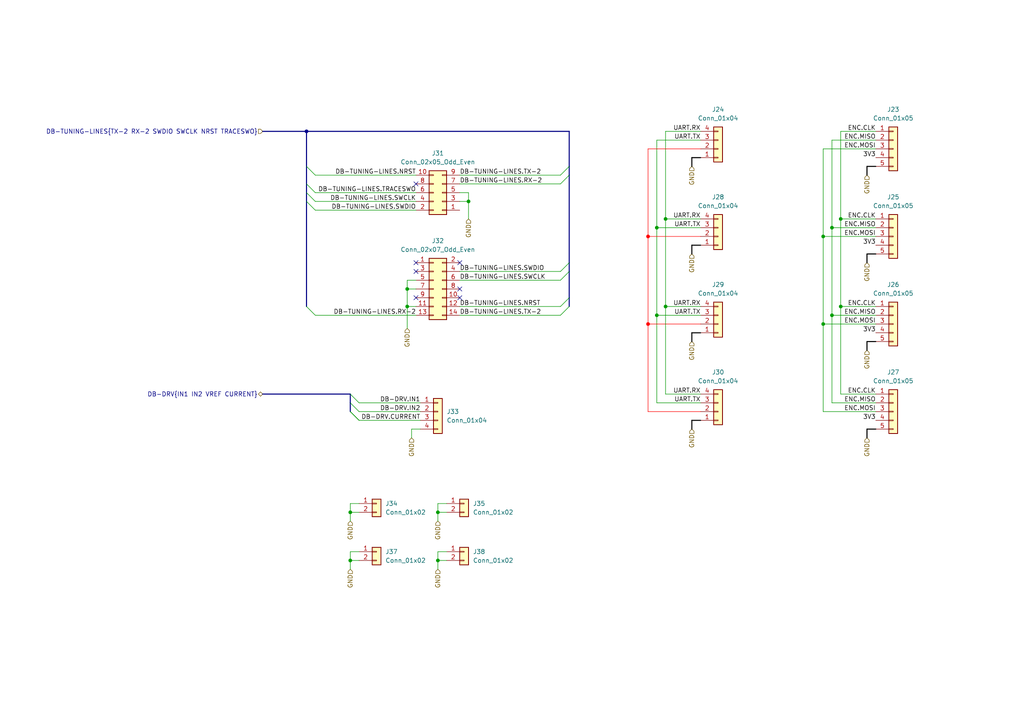
<source format=kicad_sch>
(kicad_sch (version 20230121) (generator eeschema)
  (paper "A4")
  (lib_symbols
    (symbol "Connector_Generic:Conn_01x02" (pin_names (offset 1.016) hide)
      (property "Reference" "J" (at 0 2.54 0))
      (property "Value" "Conn_01x02" (at 0 -5.08 0))
      (symbol "Conn_01x02_1_1"
        (rectangle (start -1.27 -2.413) (end 0 -2.667) (stroke (width 0.1524)))
        (rectangle (start -1.27 0.127) (end 0 -0.127) (stroke (width 0.1524)))
        (rectangle (start -1.27 1.27) (end 1.27 -3.81) (stroke (width 0.254)) (fill (type background)))
        (pin passive line (at -5.08 0 0) (length 3.81) (name "Pin_1") (number "1"))
        (pin passive line (at -5.08 -2.54 0) (length 3.81) (name "Pin_2") (number "2"))
      )
    )
    (symbol "Connector_Generic:Conn_01x04" (pin_names (offset 1.016) hide)
      (property "Reference" "J" (at 0 5.08 0))
      (property "Value" "Conn_01x04" (at 0 -7.62 0))
      (symbol "Conn_01x04_1_1"
        (rectangle (start -1.27 -4.953) (end 0 -5.207) (stroke (width 0.1524)))
        (rectangle (start -1.27 -2.413) (end 0 -2.667) (stroke (width 0.1524)))
        (rectangle (start -1.27 0.127) (end 0 -0.127) (stroke (width 0.1524)))
        (rectangle (start -1.27 2.667) (end 0 2.413) (stroke (width 0.1524)))
        (rectangle (start -1.27 3.81) (end 1.27 -6.35) (stroke (width 0.254)) (fill (type background)))
        (pin passive line (at -5.08 2.54 0) (length 3.81) (name "Pin_1") (number "1"))
        (pin passive line (at -5.08 0 0) (length 3.81) (name "Pin_2") (number "2"))
        (pin passive line (at -5.08 -2.54 0) (length 3.81) (name "Pin_3") (number "3"))
        (pin passive line (at -5.08 -5.08 0) (length 3.81) (name "Pin_4") (number "4"))
      )
    )
    (symbol "Connector_Generic:Conn_01x05" (pin_names (offset 1.016) hide)
      (property "Reference" "J" (at 0 7.62 0))
      (property "Value" "Conn_01x05" (at 0 -7.62 0))
      (symbol "Conn_01x05_1_1"
        (rectangle (start -1.27 -4.953) (end 0 -5.207) (stroke (width 0.1524)))
        (rectangle (start -1.27 -2.413) (end 0 -2.667) (stroke (width 0.1524)))
        (rectangle (start -1.27 0.127) (end 0 -0.127) (stroke (width 0.1524)))
        (rectangle (start -1.27 2.667) (end 0 2.413) (stroke (width 0.1524)))
        (rectangle (start -1.27 5.207) (end 0 4.953) (stroke (width 0.1524)))
        (rectangle (start -1.27 6.35) (end 1.27 -6.35) (stroke (width 0.254)) (fill (type background)))
        (pin passive line (at -5.08 5.08 0) (length 3.81) (name "Pin_1") (number "1"))
        (pin passive line (at -5.08 2.54 0) (length 3.81) (name "Pin_2") (number "2"))
        (pin passive line (at -5.08 0 0) (length 3.81) (name "Pin_3") (number "3"))
        (pin passive line (at -5.08 -2.54 0) (length 3.81) (name "Pin_4") (number "4"))
        (pin passive line (at -5.08 -5.08 0) (length 3.81) (name "Pin_5") (number "5"))
      )
    )
    (symbol "Connector_Generic:Conn_02x05_Odd_Even" (pin_names (offset 1.016) hide)
      (property "Reference" "J" (at 1.27 7.62 0))
      (property "Value" "Conn_02x05_Odd_Even" (at 1.27 -7.62 0))
      (symbol "Conn_02x05_Odd_Even_1_1"
        (rectangle (start -1.27 -4.953) (end 0 -5.207) (stroke (width 0.1524)))
        (rectangle (start -1.27 -2.413) (end 0 -2.667) (stroke (width 0.1524)))
        (rectangle (start -1.27 0.127) (end 0 -0.127) (stroke (width 0.1524)))
        (rectangle (start -1.27 2.667) (end 0 2.413) (stroke (width 0.1524)))
        (rectangle (start -1.27 5.207) (end 0 4.953) (stroke (width 0.1524)))
        (rectangle (start -1.27 6.35) (end 3.81 -6.35) (stroke (width 0.254)) (fill (type background)))
        (rectangle (start 3.81 -4.953) (end 2.54 -5.207) (stroke (width 0.1524)))
        (rectangle (start 3.81 -2.413) (end 2.54 -2.667) (stroke (width 0.1524)))
        (rectangle (start 3.81 0.127) (end 2.54 -0.127) (stroke (width 0.1524)))
        (rectangle (start 3.81 2.667) (end 2.54 2.413) (stroke (width 0.1524)))
        (rectangle (start 3.81 5.207) (end 2.54 4.953) (stroke (width 0.1524)))
        (pin passive line (at -5.08 5.08 0) (length 3.81) (name "Pin_1") (number "1"))
        (pin passive line (at 7.62 -5.08 180) (length 3.81) (name "Pin_10") (number "10"))
        (pin passive line (at 7.62 5.08 180) (length 3.81) (name "Pin_2") (number "2"))
        (pin passive line (at -5.08 2.54 0) (length 3.81) (name "Pin_3") (number "3"))
        (pin passive line (at 7.62 2.54 180) (length 3.81) (name "Pin_4") (number "4"))
        (pin passive line (at -5.08 0 0) (length 3.81) (name "Pin_5") (number "5"))
        (pin passive line (at 7.62 0 180) (length 3.81) (name "Pin_6") (number "6"))
        (pin passive line (at -5.08 -2.54 0) (length 3.81) (name "Pin_7") (number "7"))
        (pin passive line (at 7.62 -2.54 180) (length 3.81) (name "Pin_8") (number "8"))
        (pin passive line (at -5.08 -5.08 0) (length 3.81) (name "Pin_9") (number "9"))
      )
    )
    (symbol "Connector_Generic:Conn_02x07_Odd_Even" (pin_names (offset 1.016) hide)
      (property "Reference" "J" (at 1.27 10.16 0))
      (property "Value" "Conn_02x07_Odd_Even" (at 1.27 -10.16 0))
      (symbol "Conn_02x07_Odd_Even_1_1"
        (rectangle (start -1.27 -7.493) (end 0 -7.747) (stroke (width 0.1524)))
        (rectangle (start -1.27 -4.953) (end 0 -5.207) (stroke (width 0.1524)))
        (rectangle (start -1.27 -2.413) (end 0 -2.667) (stroke (width 0.1524)))
        (rectangle (start -1.27 0.127) (end 0 -0.127) (stroke (width 0.1524)))
        (rectangle (start -1.27 2.667) (end 0 2.413) (stroke (width 0.1524)))
        (rectangle (start -1.27 5.207) (end 0 4.953) (stroke (width 0.1524)))
        (rectangle (start -1.27 7.747) (end 0 7.493) (stroke (width 0.1524)))
        (rectangle (start -1.27 8.89) (end 3.81 -8.89) (stroke (width 0.254)) (fill (type background)))
        (rectangle (start 3.81 -7.493) (end 2.54 -7.747) (stroke (width 0.1524)))
        (rectangle (start 3.81 -4.953) (end 2.54 -5.207) (stroke (width 0.1524)))
        (rectangle (start 3.81 -2.413) (end 2.54 -2.667) (stroke (width 0.1524)))
        (rectangle (start 3.81 0.127) (end 2.54 -0.127) (stroke (width 0.1524)))
        (rectangle (start 3.81 2.667) (end 2.54 2.413) (stroke (width 0.1524)))
        (rectangle (start 3.81 5.207) (end 2.54 4.953) (stroke (width 0.1524)))
        (rectangle (start 3.81 7.747) (end 2.54 7.493) (stroke (width 0.1524)))
        (pin passive line (at -5.08 7.62 0) (length 3.81) (name "Pin_1") (number "1"))
        (pin passive line (at 7.62 -2.54 180) (length 3.81) (name "Pin_10") (number "10"))
        (pin passive line (at -5.08 -5.08 0) (length 3.81) (name "Pin_11") (number "11"))
        (pin passive line (at 7.62 -5.08 180) (length 3.81) (name "Pin_12") (number "12"))
        (pin passive line (at -5.08 -7.62 0) (length 3.81) (name "Pin_13") (number "13"))
        (pin passive line (at 7.62 -7.62 180) (length 3.81) (name "Pin_14") (number "14"))
        (pin passive line (at 7.62 7.62 180) (length 3.81) (name "Pin_2") (number "2"))
        (pin passive line (at -5.08 5.08 0) (length 3.81) (name "Pin_3") (number "3"))
        (pin passive line (at 7.62 5.08 180) (length 3.81) (name "Pin_4") (number "4"))
        (pin passive line (at -5.08 2.54 0) (length 3.81) (name "Pin_5") (number "5"))
        (pin passive line (at 7.62 2.54 180) (length 3.81) (name "Pin_6") (number "6"))
        (pin passive line (at -5.08 0 0) (length 3.81) (name "Pin_7") (number "7"))
        (pin passive line (at 7.62 0 180) (length 3.81) (name "Pin_8") (number "8"))
        (pin passive line (at -5.08 -2.54 0) (length 3.81) (name "Pin_9") (number "9"))
      )
    )
  )
  (junction (at 135.89 58.42))
  (junction (at 193.04 88.9))
  (junction (at 238.76 68.58))
  (junction (at 101.6 148.59))
  (junction (at 88.9 38.1))
  (junction (at 241.3 91.44))
  (junction (at 118.11 83.82))
  (junction (at 187.96 93.98) (color 255 0 0 1))
  (junction (at 243.84 88.9))
  (junction (at 127 148.59))
  (junction (at 190.5 66.04))
  (junction (at 127 162.56))
  (junction (at 118.11 88.9))
  (junction (at 101.6 162.56))
  (junction (at 241.3 66.04))
  (junction (at 243.84 63.5))
  (junction (at 238.76 93.98))
  (junction (at 190.5 91.44))
  (junction (at 187.96 68.58) (color 255 0 0 1))
  (junction (at 193.04 63.5))
  (no_connect (at 120.65 53.34))
  (no_connect (at 133.35 76.2))
  (no_connect (at 120.65 86.36))
  (no_connect (at 133.35 86.36))
  (no_connect (at 120.65 78.74))
  (no_connect (at 120.65 76.2))
  (no_connect (at 133.35 83.82))
  (bus_entry (at 101.6 119.38) (size 2.54 2.54))
  (bus_entry (at 88.9 48.26) (size 2.54 2.54))
  (bus_entry (at 165.1 50.8) (size -2.54 2.54))
  (bus_entry (at 101.6 116.84) (size 2.54 2.54))
  (bus_entry (at 88.9 88.9) (size 2.54 2.54))
  (bus_entry (at 165.1 48.26) (size -2.54 2.54))
  (bus_entry (at 101.6 119.38) (size 2.54 2.54))
  (bus_entry (at 88.9 53.34) (size 2.54 2.54))
  (bus_entry (at 165.1 86.36) (size -2.54 2.54))
  (bus_entry (at 165.1 88.9) (size -2.54 2.54))
  (bus_entry (at 88.9 55.88) (size 2.54 2.54))
  (bus_entry (at 165.1 76.2) (size -2.54 2.54))
  (bus_entry (at 88.9 58.42) (size 2.54 2.54))
  (bus_entry (at 101.6 114.3) (size 2.54 2.54))
  (bus_entry (at 165.1 78.74) (size -2.54 2.54))
  (bus (pts (xy 88.9 58.42) (xy 88.9 88.9)))
  (wire (pts (xy 187.96 43.18) (xy 187.96 68.58)) (stroke (width 0) (color 255 0 0 1)))
  (wire (pts (xy 238.76 68.58) (xy 238.76 93.98)))
  (wire (pts (xy 129.54 160.02) (xy 127 160.02)))
  (wire (pts (xy 200.66 71.12) (xy 200.66 73.66)) (stroke (width 0.3) (color 0 0 0 1)))
  (wire (pts (xy 91.44 58.42) (xy 120.65 58.42)))
  (bus (pts (xy 76.2 38.1) (xy 88.9 38.1)))
  (wire (pts (xy 241.3 91.44) (xy 241.3 116.84)))
  (wire (pts (xy 118.11 88.9) (xy 120.65 88.9)))
  (bus (pts (xy 165.1 78.74) (xy 165.1 86.36)))
  (wire (pts (xy 243.84 63.5) (xy 243.84 88.9)))
  (bus (pts (xy 88.9 38.1) (xy 88.9 48.26)))
  (wire (pts (xy 135.89 55.88) (xy 133.35 55.88)))
  (wire (pts (xy 238.76 93.98) (xy 238.76 119.38)))
  (wire (pts (xy 251.46 127) (xy 251.46 124.46)) (stroke (width 0.3) (color 0 0 0 1)))
  (wire (pts (xy 101.6 160.02) (xy 101.6 162.56)))
  (wire (pts (xy 104.14 116.84) (xy 121.92 116.84)))
  (wire (pts (xy 104.14 146.05) (xy 101.6 146.05)))
  (wire (pts (xy 203.2 66.04) (xy 190.5 66.04)))
  (wire (pts (xy 104.14 119.38) (xy 121.92 119.38)))
  (bus (pts (xy 165.1 38.1) (xy 165.1 48.26)))
  (wire (pts (xy 133.35 50.8) (xy 162.56 50.8)))
  (wire (pts (xy 187.96 93.98) (xy 187.96 119.38)) (stroke (width 0) (color 255 0 0 1)))
  (wire (pts (xy 120.65 81.28) (xy 118.11 81.28)))
  (bus (pts (xy 88.9 53.34) (xy 88.9 55.88)))
  (bus (pts (xy 88.9 48.26) (xy 88.9 53.34)))
  (wire (pts (xy 203.2 121.92) (xy 200.66 121.92)) (stroke (width 0.3) (color 0 0 0 1)))
  (wire (pts (xy 127 148.59) (xy 129.54 148.59)))
  (wire (pts (xy 118.11 83.82) (xy 120.65 83.82)))
  (wire (pts (xy 190.5 66.04) (xy 190.5 91.44)))
  (wire (pts (xy 203.2 40.64) (xy 190.5 40.64)))
  (bus (pts (xy 165.1 48.26) (xy 165.1 50.8)))
  (wire (pts (xy 118.11 81.28) (xy 118.11 83.82)))
  (wire (pts (xy 203.2 38.1) (xy 193.04 38.1)))
  (wire (pts (xy 190.5 40.64) (xy 190.5 66.04)))
  (bus (pts (xy 101.6 114.3) (xy 101.6 116.84)))
  (wire (pts (xy 238.76 68.58) (xy 254 68.58)))
  (wire (pts (xy 243.84 88.9) (xy 254 88.9)))
  (wire (pts (xy 238.76 93.98) (xy 254 93.98)))
  (wire (pts (xy 200.66 96.52) (xy 200.66 99.06)) (stroke (width 0.3) (color 0 0 0 1)))
  (wire (pts (xy 101.6 146.05) (xy 101.6 148.59)))
  (wire (pts (xy 135.89 58.42) (xy 135.89 55.88)))
  (wire (pts (xy 190.5 91.44) (xy 190.5 116.84)))
  (wire (pts (xy 101.6 148.59) (xy 101.6 151.13)))
  (wire (pts (xy 238.76 43.18) (xy 238.76 68.58)))
  (wire (pts (xy 91.44 55.88) (xy 120.65 55.88)))
  (wire (pts (xy 193.04 63.5) (xy 193.04 88.9)))
  (wire (pts (xy 193.04 38.1) (xy 193.04 63.5)))
  (bus (pts (xy 101.6 116.84) (xy 101.6 119.38)))
  (wire (pts (xy 127 162.56) (xy 129.54 162.56)))
  (bus (pts (xy 165.1 76.2) (xy 165.1 78.74)))
  (wire (pts (xy 251.46 50.8) (xy 251.46 48.26)) (stroke (width 0.3) (color 0 0 0 1)))
  (wire (pts (xy 203.2 63.5) (xy 193.04 63.5)))
  (wire (pts (xy 243.84 38.1) (xy 254 38.1)))
  (wire (pts (xy 200.66 45.72) (xy 200.66 48.26)) (stroke (width 0.3) (color 0 0 0 1)))
  (wire (pts (xy 118.11 88.9) (xy 118.11 95.25)))
  (wire (pts (xy 251.46 101.6) (xy 251.46 99.06)) (stroke (width 0.3) (color 0 0 0 1)))
  (wire (pts (xy 203.2 68.58) (xy 187.96 68.58)) (stroke (width 0) (color 255 0 0 1)))
  (wire (pts (xy 241.3 91.44) (xy 254 91.44)))
  (wire (pts (xy 238.76 119.38) (xy 254 119.38)))
  (wire (pts (xy 118.11 83.82) (xy 118.11 88.9)))
  (wire (pts (xy 91.44 60.96) (xy 120.65 60.96)))
  (wire (pts (xy 243.84 88.9) (xy 243.84 114.3)))
  (wire (pts (xy 251.46 48.26) (xy 254 48.26)) (stroke (width 0.3) (color 0 0 0 1)))
  (wire (pts (xy 203.2 71.12) (xy 200.66 71.12)) (stroke (width 0.3) (color 0 0 0 1)))
  (wire (pts (xy 241.3 66.04) (xy 254 66.04)))
  (wire (pts (xy 203.2 96.52) (xy 200.66 96.52)) (stroke (width 0.3) (color 0 0 0 1)))
  (wire (pts (xy 129.54 146.05) (xy 127 146.05)))
  (wire (pts (xy 133.35 78.74) (xy 162.56 78.74)))
  (wire (pts (xy 101.6 148.59) (xy 104.14 148.59)))
  (wire (pts (xy 133.35 58.42) (xy 135.89 58.42)))
  (wire (pts (xy 101.6 162.56) (xy 104.14 162.56)))
  (wire (pts (xy 200.66 121.92) (xy 200.66 124.46)) (stroke (width 0.3) (color 0 0 0 1)))
  (wire (pts (xy 135.89 63.5) (xy 135.89 58.42)))
  (bus (pts (xy 165.1 86.36) (xy 165.1 88.9)))
  (wire (pts (xy 241.3 40.64) (xy 241.3 66.04)))
  (wire (pts (xy 251.46 124.46) (xy 254 124.46)) (stroke (width 0.3) (color 0 0 0 1)))
  (wire (pts (xy 203.2 43.18) (xy 187.96 43.18)) (stroke (width 0) (color 255 0 0 1)))
  (wire (pts (xy 203.2 91.44) (xy 190.5 91.44)))
  (wire (pts (xy 251.46 73.66) (xy 254 73.66)) (stroke (width 0.3) (color 0 0 0 1)))
  (wire (pts (xy 241.3 66.04) (xy 241.3 91.44)))
  (wire (pts (xy 187.96 68.58) (xy 187.96 93.98)) (stroke (width 0) (color 255 0 0 1)))
  (wire (pts (xy 133.35 81.28) (xy 162.56 81.28)))
  (wire (pts (xy 203.2 88.9) (xy 193.04 88.9)))
  (wire (pts (xy 133.35 53.34) (xy 162.56 53.34)))
  (wire (pts (xy 203.2 114.3) (xy 193.04 114.3)))
  (bus (pts (xy 165.1 50.8) (xy 165.1 76.2)))
  (wire (pts (xy 104.14 121.92) (xy 121.92 121.92)))
  (wire (pts (xy 91.44 91.44) (xy 120.65 91.44)))
  (bus (pts (xy 88.9 55.88) (xy 88.9 58.42)))
  (wire (pts (xy 127 160.02) (xy 127 162.56)))
  (wire (pts (xy 251.46 99.06) (xy 254 99.06)) (stroke (width 0.3) (color 0 0 0 1)))
  (wire (pts (xy 193.04 88.9) (xy 193.04 114.3)))
  (wire (pts (xy 243.84 38.1) (xy 243.84 63.5)))
  (wire (pts (xy 119.38 124.46) (xy 121.92 124.46)))
  (wire (pts (xy 243.84 63.5) (xy 254 63.5)))
  (wire (pts (xy 127 146.05) (xy 127 148.59)))
  (wire (pts (xy 203.2 116.84) (xy 190.5 116.84)))
  (wire (pts (xy 203.2 119.38) (xy 187.96 119.38)) (stroke (width 0) (color 255 0 0 1)))
  (wire (pts (xy 241.3 40.64) (xy 254 40.64)))
  (wire (pts (xy 203.2 93.98) (xy 187.96 93.98)) (stroke (width 0) (color 255 0 0 1)))
  (bus (pts (xy 76.2 114.3) (xy 101.6 114.3)))
  (wire (pts (xy 104.14 160.02) (xy 101.6 160.02)))
  (wire (pts (xy 119.38 124.46) (xy 119.38 127)))
  (wire (pts (xy 238.76 43.18) (xy 254 43.18)))
  (wire (pts (xy 127 162.56) (xy 127 165.1)))
  (wire (pts (xy 203.2 45.72) (xy 200.66 45.72)) (stroke (width 0.3) (color 0 0 0 1)))
  (wire (pts (xy 133.35 88.9) (xy 162.56 88.9)))
  (wire (pts (xy 91.44 50.8) (xy 120.65 50.8)))
  (wire (pts (xy 251.46 76.2) (xy 251.46 73.66)) (stroke (width 0.3) (color 0 0 0 1)))
  (wire (pts (xy 241.3 116.84) (xy 254 116.84)))
  (wire (pts (xy 133.35 91.44) (xy 162.56 91.44)))
  (wire (pts (xy 101.6 162.56) (xy 101.6 165.1)))
  (bus (pts (xy 88.9 38.1) (xy 165.1 38.1)))
  (wire (pts (xy 127 148.59) (xy 127 151.13)))
  (wire (pts (xy 243.84 114.3) (xy 254 114.3)))
  (label "DB-TUNING-LINES.RX-2" (at 133.35 53.34 0))
  (label "UART.RX" (at 203.2 38.1 180))
  (label "ENC.CLK" (at 254 114.3 180))
  (label "ENC.MOSI" (at 254 68.58 180))
  (label "ENC.MOSI" (at 254 93.98 180))
  (label "DB-DRV.IN2" (at 121.92 119.38 180))
  (label "DB-TUNING-LINES.SWDIO" (at 120.65 60.96 180))
  (label "DB-DRV.IN1" (at 121.92 116.84 180))
  (label "ENC.MOSI" (at 254 43.18 180))
  (label "3V3" (at 254 45.72 180))
  (label "ENC.CLK" (at 254 38.1 180))
  (label "DB-DRV.CURRENT" (at 121.92 121.92 180))
  (label "DB-TUNING-LINES.NRST" (at 120.65 50.8 180))
  (label "DB-TUNING-LINES.TX-2" (at 133.35 91.44 0))
  (label "UART.RX" (at 203.2 63.5 180))
  (label "ENC.MISO" (at 254 116.84 180))
  (label "UART.TX" (at 203.2 116.84 180))
  (label "ENC.CLK" (at 254 88.9 180))
  (label "ENC.CLK" (at 254 63.5 180))
  (label "3V3" (at 254 121.92 180))
  (label "UART.RX" (at 203.2 88.9 180))
  (label "DB-TUNING-LINES.SWDIO" (at 133.35 78.74 0))
  (label "ENC.MISO" (at 254 91.44 180))
  (label "DB-TUNING-LINES.NRST" (at 133.35 88.9 0))
  (label "ENC.MOSI" (at 254 119.38 180))
  (label "UART.RX" (at 203.2 114.3 180))
  (label "3V3" (at 254 71.12 180))
  (label "DB-TUNING-LINES.RX-2" (at 120.65 91.44 180))
  (label "DB-TUNING-LINES.TRACESWO" (at 120.65 55.88 180))
  (label "UART.TX" (at 203.2 91.44 180))
  (label "DB-TUNING-LINES.TX-2" (at 133.35 50.8 0))
  (label "ENC.MISO" (at 254 66.04 180))
  (label "UART.TX" (at 203.2 66.04 180))
  (label "UART.TX" (at 203.2 40.64 180))
  (label "ENC.MISO" (at 254 40.64 180))
  (label "DB-TUNING-LINES.SWCLK" (at 120.65 58.42 180))
  (label "DB-TUNING-LINES.SWCLK" (at 133.35 81.28 0))
  (label "3V3" (at 254 96.52 180))
  (hierarchical_label "GND" (shape input) (at 127 165.1 270))
  (hierarchical_label "GND" (shape input) (at 101.6 151.13 270))
  (hierarchical_label "GND" (shape input) (at 200.66 48.26 270))
  (hierarchical_label "GND" (shape input) (at 118.11 95.25 270))
  (hierarchical_label "GND" (shape input) (at 251.46 101.6 270))
  (hierarchical_label "GND" (shape input) (at 251.46 50.8 270))
  (hierarchical_label "GND" (shape input) (at 200.66 73.66 270))
  (hierarchical_label "GND" (shape input) (at 127 151.13 270))
  (hierarchical_label "GND" (shape input) (at 119.38 127 270))
  (hierarchical_label "GND" (shape input) (at 101.6 165.1 270))
  (hierarchical_label "GND" (shape input) (at 135.89 63.5 270))
  (hierarchical_label "GND" (shape input) (at 251.46 76.2 270))
  (hierarchical_label "DB-DRV{IN1 IN2 VREF CURRENT}" (shape bidirectional) (at 76.2 114.3 180))
  (hierarchical_label "GND" (shape input) (at 200.66 124.46 270))
  (hierarchical_label "GND" (shape input) (at 251.46 127 270))
  (hierarchical_label "DB-TUNING-LINES{TX-2 RX-2 SWDIO SWCLK NRST TRACESWO}" (shape input) (at 76.2 38.1 180))
  (hierarchical_label "GND" (shape input) (at 200.66 99.06 270))
  (symbol (lib_id "Connector_Generic:Conn_01x02") (at 134.62 160.02 0) (unit 1)
    (property "Reference" "J38" (at 137.16 160.02 0) (effects (justify left)))
    (property "Value" "Conn_01x02" (at 137.16 162.56 0) (effects (justify left)))
    (property "Footprint" "Connector_PinHeader_2.54mm:PinHeader_1x02_P2.54mm_Vertical" (effects hide))
  )
  (symbol (lib_id "Connector_Generic:Conn_01x04") (at 208.28 93.98 0) (mirror x) (unit 1)
    (property "Reference" "J29" (at 208.28 82.55 0))
    (property "Value" "Conn_01x04" (at 208.28 85.09 0))
    (property "Footprint" "Connector_JST:JST_PH_B4B-PH-K_1x04_P2.00mm_Vertical" (effects hide))
  )
  (symbol (lib_id "Connector_Generic:Conn_02x05_Odd_Even") (at 128.27 55.88 180) (unit 1)
    (property "Reference" "J31" (at 127 44.45 0))
    (property "Value" "Conn_02x05_Odd_Even" (at 127 46.99 0))
    (property "Footprint" "Connector_PinHeader_1.27mm:PinHeader_2x05_P1.27mm_Vertical" (effects hide))
  )
  (symbol (lib_id "Connector_Generic:Conn_01x04") (at 127 119.38 0) (unit 1)
    (property "Reference" "J33" (at 129.54 119.38 0) (effects (justify left)))
    (property "Value" "Conn_01x04" (at 129.54 121.92 0) (effects (justify left)))
    (property "Footprint" "Connector_PinHeader_2.54mm:PinHeader_1x04_P2.54mm_Vertical" (effects hide))
  )
  (symbol (lib_id "Connector_Generic:Conn_02x07_Odd_Even") (at 125.73 83.82 0) (unit 1)
    (property "Reference" "J32" (at 127 69.85 0))
    (property "Value" "Conn_02x07_Odd_Even" (at 127 72.39 0))
    (property "Footprint" "Connector_PinHeader_1.27mm:PinHeader_2x07_P1.27mm_Vertical" (effects hide))
    (property "LCSC" "C783845" (effects hide))
  )
  (symbol (lib_id "Connector_Generic:Conn_01x05") (at 259.08 68.58 0) (unit 1)
    (property "Reference" "J25" (at 259.08 57.15 0))
    (property "Value" "Conn_01x05" (at 259.08 59.69 0))
    (property "Footprint" "Connector_PinHeader_2.00mm:PinHeader_1x05_P2.00mm_Vertical" (effects hide))
  )
  (symbol (lib_id "Connector_Generic:Conn_01x02") (at 109.22 160.02 0) (unit 1)
    (property "Reference" "J37" (at 111.76 160.02 0) (effects (justify left)))
    (property "Value" "Conn_01x02" (at 111.76 162.56 0) (effects (justify left)))
    (property "Footprint" "Connector_PinHeader_2.54mm:PinHeader_1x02_P2.54mm_Vertical" (effects hide))
  )
  (symbol (lib_id "Connector_Generic:Conn_01x04") (at 208.28 68.58 0) (mirror x) (unit 1)
    (property "Reference" "J28" (at 208.28 57.15 0))
    (property "Value" "Conn_01x04" (at 208.28 59.69 0))
    (property "Footprint" "Connector_JST:JST_PH_B4B-PH-K_1x04_P2.00mm_Vertical" (effects hide))
  )
  (symbol (lib_id "Connector_Generic:Conn_01x02") (at 109.22 146.05 0) (unit 1)
    (property "Reference" "J34" (at 111.76 146.05 0) (effects (justify left)))
    (property "Value" "Conn_01x02" (at 111.76 148.59 0) (effects (justify left)))
    (property "Footprint" "Connector_PinHeader_2.54mm:PinHeader_1x02_P2.54mm_Vertical" (effects hide))
  )
  (symbol (lib_id "Connector_Generic:Conn_01x04") (at 208.28 119.38 0) (mirror x) (unit 1)
    (property "Reference" "J30" (at 208.28 107.95 0))
    (property "Value" "Conn_01x04" (at 208.28 110.49 0))
    (property "Footprint" "Connector_JST:JST_PH_B4B-PH-K_1x04_P2.00mm_Vertical" (effects hide))
  )
  (symbol (lib_id "Connector_Generic:Conn_01x05") (at 259.08 93.98 0) (unit 1)
    (property "Reference" "J26" (at 259.08 82.55 0))
    (property "Value" "Conn_01x05" (at 259.08 85.09 0))
    (property "Footprint" "Connector_PinHeader_2.00mm:PinHeader_1x05_P2.00mm_Vertical" (effects hide))
  )
  (symbol (lib_id "Connector_Generic:Conn_01x05") (at 259.08 43.18 0) (unit 1)
    (property "Reference" "J23" (at 259.08 31.75 0))
    (property "Value" "Conn_01x05" (at 259.08 34.29 0))
    (property "Footprint" "Connector_PinHeader_2.00mm:PinHeader_1x05_P2.00mm_Vertical" (effects hide))
  )
  (symbol (lib_id "Connector_Generic:Conn_01x04") (at 208.28 43.18 0) (mirror x) (unit 1)
    (property "Reference" "J24" (at 208.28 31.75 0))
    (property "Value" "Conn_01x04" (at 208.28 34.29 0))
    (property "Footprint" "Connector_JST:JST_PH_B4B-PH-K_1x04_P2.00mm_Vertical" (effects hide))
  )
  (symbol (lib_id "Connector_Generic:Conn_01x02") (at 134.62 146.05 0) (unit 1)
    (property "Reference" "J35" (at 137.16 146.05 0) (effects (justify left)))
    (property "Value" "Conn_01x02" (at 137.16 148.59 0) (effects (justify left)))
    (property "Footprint" "Connector_PinHeader_2.54mm:PinHeader_1x02_P2.54mm_Vertical" (effects hide))
  )
  (symbol (lib_id "Connector_Generic:Conn_01x05") (at 259.08 119.38 0) (unit 1)
    (property "Reference" "J27" (at 259.08 107.95 0))
    (property "Value" "Conn_01x05" (at 259.08 110.49 0))
    (property "Footprint" "Connector_PinHeader_2.00mm:PinHeader_1x05_P2.00mm_Vertical" (effects hide))
  )
)
</source>
